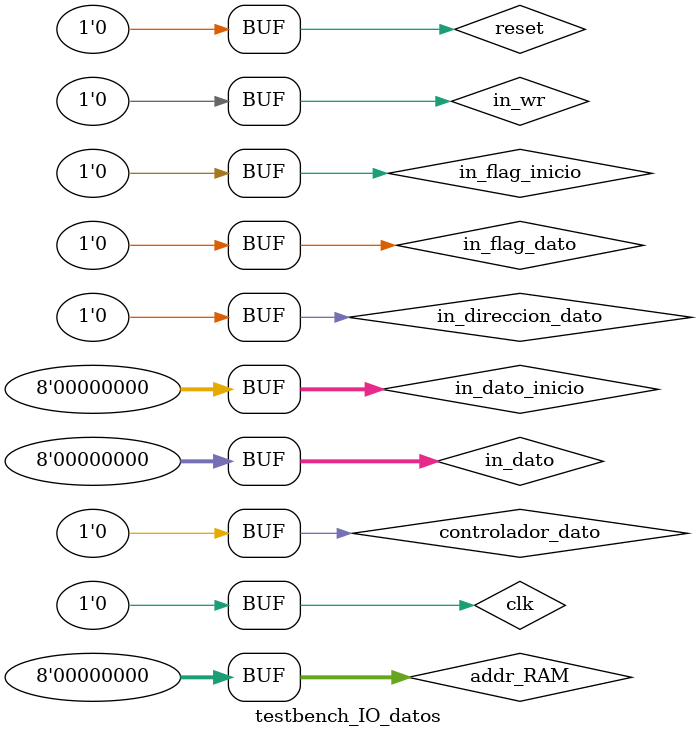
<source format=v>
`timescale 1ns / 1ps


module testbench_IO_datos;

	// Inputs
	reg clk;
	reg reset;
	reg in_flag_dato;
	reg in_direccion_dato;
	reg [7:0] in_dato_inicio;
	reg in_flag_inicio;
	reg in_wr;
	reg [7:0] in_dato;
	reg [7:0] addr_RAM;
	reg controlador_dato;

	// Outputs
	wire [7:0] out_reg_dato;

	// Bidirs
	wire [7:0] dato;

	// Instantiate the Unit Under Test (UUT)
	logica_para_Escribir_Leer_Mux uut (
		.clk(clk), 
		.reset(reset), 
		.in_flag_dato(in_flag_dato), 
		.in_direccion_dato(in_direccion_dato), 
		.in_dato_inicio(in_dato_inicio), 
		.in_flag_inicio(in_flag_inicio), 
		.in_wr(in_wr), 
		.in_dato(in_dato), 
		.out_reg_dato(out_reg_dato), 
		.addr_RAM(addr_RAM), 
		.dato(dato), 
		.controlador_dato(controlador_dato)
	);

	initial begin
		// Initialize Inputs
		clk = 0;
		reset = 0;
		in_flag_dato = 0;
		in_direccion_dato = 0;
		in_dato_inicio = 0;
		in_flag_inicio = 0;
		in_wr = 0;
		in_dato = 0;
		addr_RAM = 0;
		controlador_dato = 0;

		// Wait 100 ns for global reset to finish
		#100;
        
		// Add stimulus here

	end
      
endmodule


</source>
